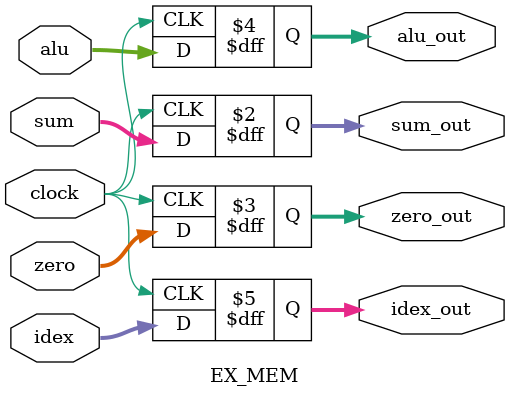
<source format=v>
module EX_MEM(clock, sum, zero, alu, idex, sum_out, zero_out, alu_out, idex_out);
    input [31:0] sum;
    input [31:0] zero;
    input [31:0] alu;
    input [31:0] idex;
    input clock;

    output reg [31:0] sum_out;
    output reg [31:0] zero_out;
    output reg [31:0] alu_out;
    output reg [31:0] idex_out;
    
    always@(posedge clock)begin
        sum_out = sum;
        zero_out = zero;
        alu_out = alu;
        idex_out = idex;
    end

endmodule

</source>
